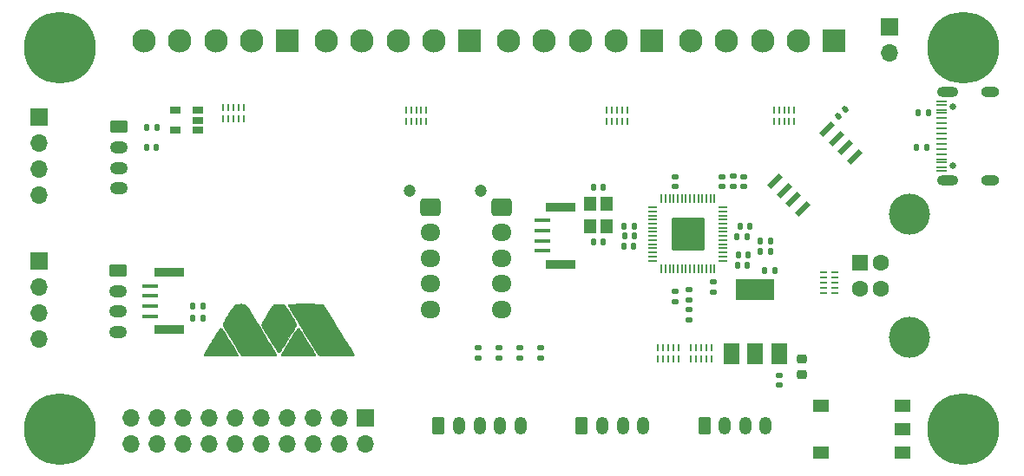
<source format=gbr>
%TF.GenerationSoftware,KiCad,Pcbnew,(6.0.4-0)*%
%TF.CreationDate,2023-01-11T12:36:20-07:00*%
%TF.ProjectId,ReflexFightingBoard,5265666c-6578-4466-9967-6874696e6742,rev?*%
%TF.SameCoordinates,Original*%
%TF.FileFunction,Soldermask,Top*%
%TF.FilePolarity,Negative*%
%FSLAX46Y46*%
G04 Gerber Fmt 4.6, Leading zero omitted, Abs format (unit mm)*
G04 Created by KiCad (PCBNEW (6.0.4-0)) date 2023-01-11 12:36:20*
%MOMM*%
%LPD*%
G01*
G04 APERTURE LIST*
G04 Aperture macros list*
%AMRoundRect*
0 Rectangle with rounded corners*
0 $1 Rounding radius*
0 $2 $3 $4 $5 $6 $7 $8 $9 X,Y pos of 4 corners*
0 Add a 4 corners polygon primitive as box body*
4,1,4,$2,$3,$4,$5,$6,$7,$8,$9,$2,$3,0*
0 Add four circle primitives for the rounded corners*
1,1,$1+$1,$2,$3*
1,1,$1+$1,$4,$5*
1,1,$1+$1,$6,$7*
1,1,$1+$1,$8,$9*
0 Add four rect primitives between the rounded corners*
20,1,$1+$1,$2,$3,$4,$5,0*
20,1,$1+$1,$4,$5,$6,$7,0*
20,1,$1+$1,$6,$7,$8,$9,0*
20,1,$1+$1,$8,$9,$2,$3,0*%
%AMRotRect*
0 Rectangle, with rotation*
0 The origin of the aperture is its center*
0 $1 length*
0 $2 width*
0 $3 Rotation angle, in degrees counterclockwise*
0 Add horizontal line*
21,1,$1,$2,0,0,$3*%
G04 Aperture macros list end*
%ADD10C,0.010000*%
%ADD11RoundRect,0.135000X-0.185000X0.135000X-0.185000X-0.135000X0.185000X-0.135000X0.185000X0.135000X0*%
%ADD12RoundRect,0.135000X0.135000X0.185000X-0.135000X0.185000X-0.135000X-0.185000X0.135000X-0.185000X0*%
%ADD13R,1.060000X0.650000*%
%ADD14RoundRect,0.140000X-0.140000X-0.170000X0.140000X-0.170000X0.140000X0.170000X-0.140000X0.170000X0*%
%ADD15R,1.700000X1.700000*%
%ADD16O,1.700000X1.700000*%
%ADD17RoundRect,0.249999X-0.625001X0.350001X-0.625001X-0.350001X0.625001X-0.350001X0.625001X0.350001X0*%
%ADD18O,1.750000X1.200000*%
%ADD19RoundRect,0.249999X-0.350001X-0.625001X0.350001X-0.625001X0.350001X0.625001X-0.350001X0.625001X0*%
%ADD20O,1.200000X1.750000*%
%ADD21R,2.300000X2.300000*%
%ADD22C,2.300000*%
%ADD23C,7.000000*%
%ADD24R,3.000000X0.900000*%
%ADD25R,1.600000X0.400000*%
%ADD26RoundRect,0.140000X0.140000X0.170000X-0.140000X0.170000X-0.140000X-0.170000X0.140000X-0.170000X0*%
%ADD27O,0.200000X0.700000*%
%ADD28RoundRect,0.140000X-0.170000X0.140000X-0.170000X-0.140000X0.170000X-0.140000X0.170000X0.140000X0*%
%ADD29R,1.600000X1.600000*%
%ADD30C,1.600000*%
%ADD31C,4.000000*%
%ADD32RoundRect,0.135000X0.185000X-0.135000X0.185000X0.135000X-0.185000X0.135000X-0.185000X-0.135000X0*%
%ADD33R,1.500000X2.000000*%
%ADD34R,3.800000X2.000000*%
%ADD35RotRect,1.610000X0.580000X45.000000*%
%ADD36RoundRect,0.050000X-0.050000X0.387500X-0.050000X-0.387500X0.050000X-0.387500X0.050000X0.387500X0*%
%ADD37RoundRect,0.050000X-0.387500X0.050000X-0.387500X-0.050000X0.387500X-0.050000X0.387500X0.050000X0*%
%ADD38RoundRect,0.144000X-1.456000X1.456000X-1.456000X-1.456000X1.456000X-1.456000X1.456000X1.456000X0*%
%ADD39RoundRect,0.140000X0.170000X-0.140000X0.170000X0.140000X-0.170000X0.140000X-0.170000X-0.140000X0*%
%ADD40RoundRect,0.135000X-0.135000X-0.185000X0.135000X-0.185000X0.135000X0.185000X-0.135000X0.185000X0*%
%ADD41R,1.150000X1.400000*%
%ADD42RoundRect,0.218750X0.256250X-0.218750X0.256250X0.218750X-0.256250X0.218750X-0.256250X-0.218750X0*%
%ADD43C,1.200000*%
%ADD44RoundRect,0.250000X-0.725000X0.600000X-0.725000X-0.600000X0.725000X-0.600000X0.725000X0.600000X0*%
%ADD45O,1.950000X1.700000*%
%ADD46R,1.550000X1.300000*%
%ADD47RoundRect,0.140000X0.021213X-0.219203X0.219203X-0.021213X-0.021213X0.219203X-0.219203X0.021213X0*%
%ADD48RoundRect,0.147500X0.172500X-0.147500X0.172500X0.147500X-0.172500X0.147500X-0.172500X-0.147500X0*%
%ADD49C,0.650000*%
%ADD50R,1.100000X0.225000*%
%ADD51O,2.100000X1.000000*%
%ADD52O,1.800000X1.000000*%
%ADD53O,0.700000X0.200000*%
G04 APERTURE END LIST*
%TO.C,Ref\u002A\u002A*%
G36*
X125119083Y-108261332D02*
G01*
X125203339Y-108266608D01*
X125276742Y-108279042D01*
X125342626Y-108301460D01*
X125404325Y-108336689D01*
X125465173Y-108387557D01*
X125528503Y-108456889D01*
X125597650Y-108547514D01*
X125675947Y-108662258D01*
X125766727Y-108803949D01*
X125873326Y-108975413D01*
X125999077Y-109179477D01*
X126011342Y-109199367D01*
X126288478Y-109648737D01*
X126544186Y-110063482D01*
X126779301Y-110444983D01*
X126994662Y-110794620D01*
X127191106Y-111113772D01*
X127369471Y-111403819D01*
X127530593Y-111666142D01*
X127675311Y-111902120D01*
X127804462Y-112113133D01*
X127918883Y-112300561D01*
X128019412Y-112465785D01*
X128106886Y-112610183D01*
X128182143Y-112735137D01*
X128246020Y-112842025D01*
X128299354Y-112932228D01*
X128342983Y-113007126D01*
X128377744Y-113068099D01*
X128404475Y-113116526D01*
X128424014Y-113153788D01*
X128437197Y-113181264D01*
X128444862Y-113200335D01*
X128447847Y-113212380D01*
X128447960Y-113214433D01*
X128448248Y-113237443D01*
X128447274Y-113257459D01*
X128442286Y-113274690D01*
X128430529Y-113289342D01*
X128409250Y-113301622D01*
X128375695Y-113311739D01*
X128327111Y-113319900D01*
X128260742Y-113326312D01*
X128173836Y-113331183D01*
X128063639Y-113334719D01*
X127927397Y-113337129D01*
X127762356Y-113338620D01*
X127565762Y-113339399D01*
X127334862Y-113339673D01*
X127066902Y-113339651D01*
X126786959Y-113339548D01*
X126491875Y-113339433D01*
X126236108Y-113339224D01*
X126016639Y-113338842D01*
X125830451Y-113338207D01*
X125674527Y-113337239D01*
X125545849Y-113335861D01*
X125441400Y-113333991D01*
X125358163Y-113331553D01*
X125293119Y-113328465D01*
X125243253Y-113324648D01*
X125205546Y-113320025D01*
X125176980Y-113314514D01*
X125154539Y-113308038D01*
X125135206Y-113300516D01*
X125124794Y-113295901D01*
X125056687Y-113260121D01*
X124997513Y-113220954D01*
X124981029Y-113207173D01*
X124962328Y-113182138D01*
X124923353Y-113123904D01*
X124865934Y-113035376D01*
X124791903Y-112919458D01*
X124703088Y-112779055D01*
X124601321Y-112617072D01*
X124488433Y-112436415D01*
X124366253Y-112239987D01*
X124236612Y-112030694D01*
X124101340Y-111811441D01*
X124092505Y-111797092D01*
X123252497Y-110432557D01*
X123244522Y-110291418D01*
X123243684Y-110194128D01*
X123255561Y-110122945D01*
X123273771Y-110078271D01*
X123292546Y-110045334D01*
X123331074Y-109980477D01*
X123386864Y-109887801D01*
X123457427Y-109771404D01*
X123540274Y-109635388D01*
X123632915Y-109483851D01*
X123732860Y-109320894D01*
X123796487Y-109217412D01*
X123936825Y-108990790D01*
X124056646Y-108800348D01*
X124156357Y-108645467D01*
X124236369Y-108525530D01*
X124297089Y-108439916D01*
X124338927Y-108388007D01*
X124354093Y-108373558D01*
X124413177Y-108332939D01*
X124473503Y-108303257D01*
X124543114Y-108282868D01*
X124630054Y-108270126D01*
X124742367Y-108263386D01*
X124888095Y-108261003D01*
X124904677Y-108260942D01*
X125020640Y-108260385D01*
X125119083Y-108261332D01*
G37*
D10*
X125119083Y-108261332D02*
X125203339Y-108266608D01*
X125276742Y-108279042D01*
X125342626Y-108301460D01*
X125404325Y-108336689D01*
X125465173Y-108387557D01*
X125528503Y-108456889D01*
X125597650Y-108547514D01*
X125675947Y-108662258D01*
X125766727Y-108803949D01*
X125873326Y-108975413D01*
X125999077Y-109179477D01*
X126011342Y-109199367D01*
X126288478Y-109648737D01*
X126544186Y-110063482D01*
X126779301Y-110444983D01*
X126994662Y-110794620D01*
X127191106Y-111113772D01*
X127369471Y-111403819D01*
X127530593Y-111666142D01*
X127675311Y-111902120D01*
X127804462Y-112113133D01*
X127918883Y-112300561D01*
X128019412Y-112465785D01*
X128106886Y-112610183D01*
X128182143Y-112735137D01*
X128246020Y-112842025D01*
X128299354Y-112932228D01*
X128342983Y-113007126D01*
X128377744Y-113068099D01*
X128404475Y-113116526D01*
X128424014Y-113153788D01*
X128437197Y-113181264D01*
X128444862Y-113200335D01*
X128447847Y-113212380D01*
X128447960Y-113214433D01*
X128448248Y-113237443D01*
X128447274Y-113257459D01*
X128442286Y-113274690D01*
X128430529Y-113289342D01*
X128409250Y-113301622D01*
X128375695Y-113311739D01*
X128327111Y-113319900D01*
X128260742Y-113326312D01*
X128173836Y-113331183D01*
X128063639Y-113334719D01*
X127927397Y-113337129D01*
X127762356Y-113338620D01*
X127565762Y-113339399D01*
X127334862Y-113339673D01*
X127066902Y-113339651D01*
X126786959Y-113339548D01*
X126491875Y-113339433D01*
X126236108Y-113339224D01*
X126016639Y-113338842D01*
X125830451Y-113338207D01*
X125674527Y-113337239D01*
X125545849Y-113335861D01*
X125441400Y-113333991D01*
X125358163Y-113331553D01*
X125293119Y-113328465D01*
X125243253Y-113324648D01*
X125205546Y-113320025D01*
X125176980Y-113314514D01*
X125154539Y-113308038D01*
X125135206Y-113300516D01*
X125124794Y-113295901D01*
X125056687Y-113260121D01*
X124997513Y-113220954D01*
X124981029Y-113207173D01*
X124962328Y-113182138D01*
X124923353Y-113123904D01*
X124865934Y-113035376D01*
X124791903Y-112919458D01*
X124703088Y-112779055D01*
X124601321Y-112617072D01*
X124488433Y-112436415D01*
X124366253Y-112239987D01*
X124236612Y-112030694D01*
X124101340Y-111811441D01*
X124092505Y-111797092D01*
X123252497Y-110432557D01*
X123244522Y-110291418D01*
X123243684Y-110194128D01*
X123255561Y-110122945D01*
X123273771Y-110078271D01*
X123292546Y-110045334D01*
X123331074Y-109980477D01*
X123386864Y-109887801D01*
X123457427Y-109771404D01*
X123540274Y-109635388D01*
X123632915Y-109483851D01*
X123732860Y-109320894D01*
X123796487Y-109217412D01*
X123936825Y-108990790D01*
X124056646Y-108800348D01*
X124156357Y-108645467D01*
X124236369Y-108525530D01*
X124297089Y-108439916D01*
X124338927Y-108388007D01*
X124354093Y-108373558D01*
X124413177Y-108332939D01*
X124473503Y-108303257D01*
X124543114Y-108282868D01*
X124630054Y-108270126D01*
X124742367Y-108263386D01*
X124888095Y-108261003D01*
X124904677Y-108260942D01*
X125020640Y-108260385D01*
X125119083Y-108261332D01*
G36*
X131232316Y-108260013D02*
G01*
X131535896Y-108260017D01*
X131800137Y-108260168D01*
X132028034Y-108260667D01*
X132222582Y-108261718D01*
X132386773Y-108263525D01*
X132523605Y-108266291D01*
X132636070Y-108270219D01*
X132727163Y-108275512D01*
X132799879Y-108282374D01*
X132857212Y-108291009D01*
X132902157Y-108301619D01*
X132937708Y-108314408D01*
X132966860Y-108329580D01*
X132992607Y-108347337D01*
X133017943Y-108367884D01*
X133035150Y-108382442D01*
X133056358Y-108409055D01*
X133098726Y-108470545D01*
X133161431Y-108565607D01*
X133243652Y-108692938D01*
X133344570Y-108851233D01*
X133463361Y-109039190D01*
X133599207Y-109255503D01*
X133751285Y-109498869D01*
X133918775Y-109767985D01*
X134100855Y-110061546D01*
X134296704Y-110378249D01*
X134505502Y-110716789D01*
X134524169Y-110747096D01*
X134700513Y-111033497D01*
X134871011Y-111310540D01*
X135034314Y-111576023D01*
X135189069Y-111827743D01*
X135333925Y-112063496D01*
X135467530Y-112281080D01*
X135588533Y-112478293D01*
X135695582Y-112652930D01*
X135787326Y-112802790D01*
X135862413Y-112925669D01*
X135919491Y-113019365D01*
X135957210Y-113081675D01*
X135974218Y-113110396D01*
X135974771Y-113111420D01*
X136001706Y-113193699D01*
X135993944Y-113264394D01*
X135965752Y-113304982D01*
X135955703Y-113311596D01*
X135939283Y-113317327D01*
X135913623Y-113322237D01*
X135875857Y-113326389D01*
X135823117Y-113329844D01*
X135752536Y-113332663D01*
X135661247Y-113334909D01*
X135546383Y-113336644D01*
X135405075Y-113337929D01*
X135234457Y-113338826D01*
X135031662Y-113339398D01*
X134793821Y-113339705D01*
X134518069Y-113339811D01*
X134351793Y-113339806D01*
X132776544Y-113339599D01*
X132670710Y-113289690D01*
X132601456Y-113251642D01*
X132542159Y-113209931D01*
X132520040Y-113189355D01*
X132503585Y-113165385D01*
X132466326Y-113107524D01*
X132409616Y-113017953D01*
X132334811Y-112898851D01*
X132243265Y-112752399D01*
X132136333Y-112580776D01*
X132015369Y-112386162D01*
X131881728Y-112170737D01*
X131736764Y-111936681D01*
X131581833Y-111686175D01*
X131418289Y-111421397D01*
X131247487Y-111144528D01*
X131070781Y-110857748D01*
X131033081Y-110796520D01*
X130809898Y-110433744D01*
X130608351Y-110105563D01*
X130427656Y-109810664D01*
X130267024Y-109547735D01*
X130125671Y-109315463D01*
X130002810Y-109112538D01*
X129897653Y-108937646D01*
X129809416Y-108789475D01*
X129737312Y-108666713D01*
X129680553Y-108568048D01*
X129638355Y-108492168D01*
X129609930Y-108437759D01*
X129594492Y-108403511D01*
X129590960Y-108390012D01*
X129590607Y-108366062D01*
X129591395Y-108345245D01*
X129596092Y-108327343D01*
X129607469Y-108312135D01*
X129628293Y-108299403D01*
X129661335Y-108288927D01*
X129709363Y-108280488D01*
X129775147Y-108273867D01*
X129861455Y-108268844D01*
X129971058Y-108265200D01*
X130106724Y-108262715D01*
X130271222Y-108261171D01*
X130467322Y-108260348D01*
X130697793Y-108260027D01*
X130965403Y-108259988D01*
X131232316Y-108260013D01*
G37*
X131232316Y-108260013D02*
X131535896Y-108260017D01*
X131800137Y-108260168D01*
X132028034Y-108260667D01*
X132222582Y-108261718D01*
X132386773Y-108263525D01*
X132523605Y-108266291D01*
X132636070Y-108270219D01*
X132727163Y-108275512D01*
X132799879Y-108282374D01*
X132857212Y-108291009D01*
X132902157Y-108301619D01*
X132937708Y-108314408D01*
X132966860Y-108329580D01*
X132992607Y-108347337D01*
X133017943Y-108367884D01*
X133035150Y-108382442D01*
X133056358Y-108409055D01*
X133098726Y-108470545D01*
X133161431Y-108565607D01*
X133243652Y-108692938D01*
X133344570Y-108851233D01*
X133463361Y-109039190D01*
X133599207Y-109255503D01*
X133751285Y-109498869D01*
X133918775Y-109767985D01*
X134100855Y-110061546D01*
X134296704Y-110378249D01*
X134505502Y-110716789D01*
X134524169Y-110747096D01*
X134700513Y-111033497D01*
X134871011Y-111310540D01*
X135034314Y-111576023D01*
X135189069Y-111827743D01*
X135333925Y-112063496D01*
X135467530Y-112281080D01*
X135588533Y-112478293D01*
X135695582Y-112652930D01*
X135787326Y-112802790D01*
X135862413Y-112925669D01*
X135919491Y-113019365D01*
X135957210Y-113081675D01*
X135974218Y-113110396D01*
X135974771Y-113111420D01*
X136001706Y-113193699D01*
X135993944Y-113264394D01*
X135965752Y-113304982D01*
X135955703Y-113311596D01*
X135939283Y-113317327D01*
X135913623Y-113322237D01*
X135875857Y-113326389D01*
X135823117Y-113329844D01*
X135752536Y-113332663D01*
X135661247Y-113334909D01*
X135546383Y-113336644D01*
X135405075Y-113337929D01*
X135234457Y-113338826D01*
X135031662Y-113339398D01*
X134793821Y-113339705D01*
X134518069Y-113339811D01*
X134351793Y-113339806D01*
X132776544Y-113339599D01*
X132670710Y-113289690D01*
X132601456Y-113251642D01*
X132542159Y-113209931D01*
X132520040Y-113189355D01*
X132503585Y-113165385D01*
X132466326Y-113107524D01*
X132409616Y-113017953D01*
X132334811Y-112898851D01*
X132243265Y-112752399D01*
X132136333Y-112580776D01*
X132015369Y-112386162D01*
X131881728Y-112170737D01*
X131736764Y-111936681D01*
X131581833Y-111686175D01*
X131418289Y-111421397D01*
X131247487Y-111144528D01*
X131070781Y-110857748D01*
X131033081Y-110796520D01*
X130809898Y-110433744D01*
X130608351Y-110105563D01*
X130427656Y-109810664D01*
X130267024Y-109547735D01*
X130125671Y-109315463D01*
X130002810Y-109112538D01*
X129897653Y-108937646D01*
X129809416Y-108789475D01*
X129737312Y-108666713D01*
X129680553Y-108568048D01*
X129638355Y-108492168D01*
X129609930Y-108437759D01*
X129594492Y-108403511D01*
X129590960Y-108390012D01*
X129590607Y-108366062D01*
X129591395Y-108345245D01*
X129596092Y-108327343D01*
X129607469Y-108312135D01*
X129628293Y-108299403D01*
X129661335Y-108288927D01*
X129709363Y-108280488D01*
X129775147Y-108273867D01*
X129861455Y-108268844D01*
X129971058Y-108265200D01*
X130106724Y-108262715D01*
X130271222Y-108261171D01*
X130467322Y-108260348D01*
X130697793Y-108260027D01*
X130965403Y-108259988D01*
X131232316Y-108260013D01*
G36*
X128829266Y-108270965D02*
G01*
X128932002Y-108272541D01*
X129006763Y-108276028D01*
X129060727Y-108282131D01*
X129101070Y-108291554D01*
X129134970Y-108305000D01*
X129157044Y-108316282D01*
X129224444Y-108359867D01*
X129285320Y-108410604D01*
X129296503Y-108422116D01*
X129318912Y-108452481D01*
X129360814Y-108514969D01*
X129419656Y-108605564D01*
X129492884Y-108720249D01*
X129577943Y-108855008D01*
X129672282Y-109005824D01*
X129773345Y-109168683D01*
X129841919Y-109279888D01*
X129971947Y-109492235D01*
X130080325Y-109671419D01*
X130168404Y-109819813D01*
X130237535Y-109939792D01*
X130289070Y-110033732D01*
X130324360Y-110104007D01*
X130344756Y-110152993D01*
X130350547Y-110173883D01*
X130358097Y-110299229D01*
X130336840Y-110419731D01*
X130311021Y-110482513D01*
X130285531Y-110527432D01*
X130241174Y-110602298D01*
X130180205Y-110703484D01*
X130104876Y-110827362D01*
X130017441Y-110970304D01*
X129920154Y-111128681D01*
X129815268Y-111298866D01*
X129705036Y-111477231D01*
X129591712Y-111660147D01*
X129477549Y-111843987D01*
X129364801Y-112025122D01*
X129255722Y-112199925D01*
X129152564Y-112364768D01*
X129057581Y-112516022D01*
X128973027Y-112650060D01*
X128901156Y-112763254D01*
X128844220Y-112851976D01*
X128804473Y-112912597D01*
X128784169Y-112941489D01*
X128782643Y-112943138D01*
X128716108Y-112976340D01*
X128645570Y-112968946D01*
X128589111Y-112932554D01*
X128568334Y-112905602D01*
X128527984Y-112846054D01*
X128470318Y-112757584D01*
X128397594Y-112643866D01*
X128312069Y-112508575D01*
X128216001Y-112355386D01*
X128111646Y-112187972D01*
X128001263Y-112010008D01*
X127887108Y-111825168D01*
X127771439Y-111637126D01*
X127656513Y-111449558D01*
X127544589Y-111266136D01*
X127437922Y-111090536D01*
X127338771Y-110926432D01*
X127249393Y-110777497D01*
X127172045Y-110647407D01*
X127108985Y-110539836D01*
X127062470Y-110458458D01*
X127034758Y-110406947D01*
X127027977Y-110391513D01*
X127010682Y-110258652D01*
X127035649Y-110126728D01*
X127037082Y-110122679D01*
X127054576Y-110087006D01*
X127091821Y-110020214D01*
X127145949Y-109926965D01*
X127214092Y-109811925D01*
X127293384Y-109679757D01*
X127380956Y-109535127D01*
X127473941Y-109382698D01*
X127569471Y-109227135D01*
X127664678Y-109073101D01*
X127756696Y-108925262D01*
X127842657Y-108788281D01*
X127919692Y-108666823D01*
X127984935Y-108565552D01*
X128035517Y-108489133D01*
X128068572Y-108442229D01*
X128075539Y-108433569D01*
X128135618Y-108377399D01*
X128207312Y-108326341D01*
X128223706Y-108316974D01*
X128257845Y-108300286D01*
X128293306Y-108288144D01*
X128337299Y-108279835D01*
X128397037Y-108274643D01*
X128479728Y-108271852D01*
X128592584Y-108270748D01*
X128691377Y-108270596D01*
X128829266Y-108270965D01*
G37*
X128829266Y-108270965D02*
X128932002Y-108272541D01*
X129006763Y-108276028D01*
X129060727Y-108282131D01*
X129101070Y-108291554D01*
X129134970Y-108305000D01*
X129157044Y-108316282D01*
X129224444Y-108359867D01*
X129285320Y-108410604D01*
X129296503Y-108422116D01*
X129318912Y-108452481D01*
X129360814Y-108514969D01*
X129419656Y-108605564D01*
X129492884Y-108720249D01*
X129577943Y-108855008D01*
X129672282Y-109005824D01*
X129773345Y-109168683D01*
X129841919Y-109279888D01*
X129971947Y-109492235D01*
X130080325Y-109671419D01*
X130168404Y-109819813D01*
X130237535Y-109939792D01*
X130289070Y-110033732D01*
X130324360Y-110104007D01*
X130344756Y-110152993D01*
X130350547Y-110173883D01*
X130358097Y-110299229D01*
X130336840Y-110419731D01*
X130311021Y-110482513D01*
X130285531Y-110527432D01*
X130241174Y-110602298D01*
X130180205Y-110703484D01*
X130104876Y-110827362D01*
X130017441Y-110970304D01*
X129920154Y-111128681D01*
X129815268Y-111298866D01*
X129705036Y-111477231D01*
X129591712Y-111660147D01*
X129477549Y-111843987D01*
X129364801Y-112025122D01*
X129255722Y-112199925D01*
X129152564Y-112364768D01*
X129057581Y-112516022D01*
X128973027Y-112650060D01*
X128901156Y-112763254D01*
X128844220Y-112851976D01*
X128804473Y-112912597D01*
X128784169Y-112941489D01*
X128782643Y-112943138D01*
X128716108Y-112976340D01*
X128645570Y-112968946D01*
X128589111Y-112932554D01*
X128568334Y-112905602D01*
X128527984Y-112846054D01*
X128470318Y-112757584D01*
X128397594Y-112643866D01*
X128312069Y-112508575D01*
X128216001Y-112355386D01*
X128111646Y-112187972D01*
X128001263Y-112010008D01*
X127887108Y-111825168D01*
X127771439Y-111637126D01*
X127656513Y-111449558D01*
X127544589Y-111266136D01*
X127437922Y-111090536D01*
X127338771Y-110926432D01*
X127249393Y-110777497D01*
X127172045Y-110647407D01*
X127108985Y-110539836D01*
X127062470Y-110458458D01*
X127034758Y-110406947D01*
X127027977Y-110391513D01*
X127010682Y-110258652D01*
X127035649Y-110126728D01*
X127037082Y-110122679D01*
X127054576Y-110087006D01*
X127091821Y-110020214D01*
X127145949Y-109926965D01*
X127214092Y-109811925D01*
X127293384Y-109679757D01*
X127380956Y-109535127D01*
X127473941Y-109382698D01*
X127569471Y-109227135D01*
X127664678Y-109073101D01*
X127756696Y-108925262D01*
X127842657Y-108788281D01*
X127919692Y-108666823D01*
X127984935Y-108565552D01*
X128035517Y-108489133D01*
X128068572Y-108442229D01*
X128075539Y-108433569D01*
X128135618Y-108377399D01*
X128207312Y-108326341D01*
X128223706Y-108316974D01*
X128257845Y-108300286D01*
X128293306Y-108288144D01*
X128337299Y-108279835D01*
X128397037Y-108274643D01*
X128479728Y-108271852D01*
X128592584Y-108270748D01*
X128691377Y-108270596D01*
X128829266Y-108270965D01*
G36*
X123093155Y-110649981D02*
G01*
X123129383Y-110678304D01*
X123148446Y-110704893D01*
X123187247Y-110763922D01*
X123243497Y-110851684D01*
X123314905Y-110964468D01*
X123399181Y-111098566D01*
X123494036Y-111250267D01*
X123597180Y-111415863D01*
X123706322Y-111591644D01*
X123819174Y-111773900D01*
X123933444Y-111958923D01*
X124046843Y-112143003D01*
X124157082Y-112322431D01*
X124261869Y-112493497D01*
X124358916Y-112652492D01*
X124445932Y-112795707D01*
X124520628Y-112919432D01*
X124580713Y-113019958D01*
X124623897Y-113093575D01*
X124647891Y-113136575D01*
X124651262Y-113143541D01*
X124674206Y-113204940D01*
X124676075Y-113244835D01*
X124655492Y-113279193D01*
X124637960Y-113297679D01*
X124629144Y-113305634D01*
X124617779Y-113312523D01*
X124600952Y-113318421D01*
X124575749Y-113323404D01*
X124539256Y-113327546D01*
X124488561Y-113330924D01*
X124420748Y-113333612D01*
X124332906Y-113335686D01*
X124222120Y-113337221D01*
X124085477Y-113338292D01*
X123920063Y-113338974D01*
X123722964Y-113339343D01*
X123491268Y-113339474D01*
X123222061Y-113339442D01*
X123024002Y-113339369D01*
X122687735Y-113338936D01*
X122389543Y-113337933D01*
X122129980Y-113336367D01*
X121909598Y-113334246D01*
X121728952Y-113331579D01*
X121588596Y-113328371D01*
X121489083Y-113324632D01*
X121430967Y-113320369D01*
X121415335Y-113317150D01*
X121385534Y-113275628D01*
X121378294Y-113219561D01*
X121381507Y-113198915D01*
X121392112Y-113168398D01*
X121411558Y-113125506D01*
X121441291Y-113067738D01*
X121482761Y-112992591D01*
X121537415Y-112897563D01*
X121606701Y-112780152D01*
X121692067Y-112637854D01*
X121794960Y-112468168D01*
X121916830Y-112268591D01*
X122059124Y-112036622D01*
X122121756Y-111934738D01*
X122249181Y-111727892D01*
X122370988Y-111530815D01*
X122485228Y-111346616D01*
X122589955Y-111178407D01*
X122683221Y-111029297D01*
X122763077Y-110902396D01*
X122827576Y-110800815D01*
X122874770Y-110727664D01*
X122902711Y-110686053D01*
X122908613Y-110678304D01*
X122972452Y-110637839D01*
X123018710Y-110630679D01*
X123093155Y-110649981D01*
G37*
X123093155Y-110649981D02*
X123129383Y-110678304D01*
X123148446Y-110704893D01*
X123187247Y-110763922D01*
X123243497Y-110851684D01*
X123314905Y-110964468D01*
X123399181Y-111098566D01*
X123494036Y-111250267D01*
X123597180Y-111415863D01*
X123706322Y-111591644D01*
X123819174Y-111773900D01*
X123933444Y-111958923D01*
X124046843Y-112143003D01*
X124157082Y-112322431D01*
X124261869Y-112493497D01*
X124358916Y-112652492D01*
X124445932Y-112795707D01*
X124520628Y-112919432D01*
X124580713Y-113019958D01*
X124623897Y-113093575D01*
X124647891Y-113136575D01*
X124651262Y-113143541D01*
X124674206Y-113204940D01*
X124676075Y-113244835D01*
X124655492Y-113279193D01*
X124637960Y-113297679D01*
X124629144Y-113305634D01*
X124617779Y-113312523D01*
X124600952Y-113318421D01*
X124575749Y-113323404D01*
X124539256Y-113327546D01*
X124488561Y-113330924D01*
X124420748Y-113333612D01*
X124332906Y-113335686D01*
X124222120Y-113337221D01*
X124085477Y-113338292D01*
X123920063Y-113338974D01*
X123722964Y-113339343D01*
X123491268Y-113339474D01*
X123222061Y-113339442D01*
X123024002Y-113339369D01*
X122687735Y-113338936D01*
X122389543Y-113337933D01*
X122129980Y-113336367D01*
X121909598Y-113334246D01*
X121728952Y-113331579D01*
X121588596Y-113328371D01*
X121489083Y-113324632D01*
X121430967Y-113320369D01*
X121415335Y-113317150D01*
X121385534Y-113275628D01*
X121378294Y-113219561D01*
X121381507Y-113198915D01*
X121392112Y-113168398D01*
X121411558Y-113125506D01*
X121441291Y-113067738D01*
X121482761Y-112992591D01*
X121537415Y-112897563D01*
X121606701Y-112780152D01*
X121692067Y-112637854D01*
X121794960Y-112468168D01*
X121916830Y-112268591D01*
X122059124Y-112036622D01*
X122121756Y-111934738D01*
X122249181Y-111727892D01*
X122370988Y-111530815D01*
X122485228Y-111346616D01*
X122589955Y-111178407D01*
X122683221Y-111029297D01*
X122763077Y-110902396D01*
X122827576Y-110800815D01*
X122874770Y-110727664D01*
X122902711Y-110686053D01*
X122908613Y-110678304D01*
X122972452Y-110637839D01*
X123018710Y-110630679D01*
X123093155Y-110649981D01*
G36*
X130660939Y-110651682D02*
G01*
X130685511Y-110671683D01*
X130703552Y-110697091D01*
X130741552Y-110755117D01*
X130797332Y-110842296D01*
X130868714Y-110955163D01*
X130953518Y-111090252D01*
X131049566Y-111244098D01*
X131154679Y-111413237D01*
X131266678Y-111594201D01*
X131326627Y-111691357D01*
X131490669Y-111957553D01*
X131633855Y-112190094D01*
X131757589Y-112391334D01*
X131863276Y-112563625D01*
X131952321Y-112709322D01*
X132026129Y-112830776D01*
X132086104Y-112930342D01*
X132133651Y-113010373D01*
X132170175Y-113073222D01*
X132197080Y-113121241D01*
X132215771Y-113156785D01*
X132227653Y-113182206D01*
X132234130Y-113199858D01*
X132236608Y-113212093D01*
X132236794Y-113216090D01*
X132222531Y-113259675D01*
X132194460Y-113297679D01*
X132185648Y-113305625D01*
X132174277Y-113312510D01*
X132157438Y-113318408D01*
X132132221Y-113323397D01*
X132095715Y-113327552D01*
X132045011Y-113330950D01*
X131977199Y-113333667D01*
X131889369Y-113335778D01*
X131778612Y-113337361D01*
X131642017Y-113338490D01*
X131476675Y-113339243D01*
X131279676Y-113339696D01*
X131048109Y-113339924D01*
X130779066Y-113340004D01*
X130576722Y-113340013D01*
X130278276Y-113339940D01*
X130019335Y-113339685D01*
X129797071Y-113339188D01*
X129608656Y-113338391D01*
X129451262Y-113337236D01*
X129322060Y-113335663D01*
X129218223Y-113333615D01*
X129136923Y-113331033D01*
X129075331Y-113327858D01*
X129030620Y-113324032D01*
X128999961Y-113319497D01*
X128980527Y-113314194D01*
X128969488Y-113308064D01*
X128968055Y-113306751D01*
X128953044Y-113290047D01*
X128942464Y-113271742D01*
X128937672Y-113249219D01*
X128940024Y-113219861D01*
X128950877Y-113181052D01*
X128971587Y-113130175D01*
X129003512Y-113064615D01*
X129048006Y-112981754D01*
X129106429Y-112878976D01*
X129180134Y-112753665D01*
X129270481Y-112603204D01*
X129378824Y-112424978D01*
X129506520Y-112216368D01*
X129654926Y-111974759D01*
X129678785Y-111935953D01*
X129806231Y-111728999D01*
X129928046Y-111531814D01*
X130042285Y-111347506D01*
X130147003Y-111179184D01*
X130240254Y-111029956D01*
X130320095Y-110902932D01*
X130384580Y-110801220D01*
X130431765Y-110727928D01*
X130459703Y-110686166D01*
X130465641Y-110678304D01*
X130524343Y-110640310D01*
X130595063Y-110631267D01*
X130660939Y-110651682D01*
G37*
X130660939Y-110651682D02*
X130685511Y-110671683D01*
X130703552Y-110697091D01*
X130741552Y-110755117D01*
X130797332Y-110842296D01*
X130868714Y-110955163D01*
X130953518Y-111090252D01*
X131049566Y-111244098D01*
X131154679Y-111413237D01*
X131266678Y-111594201D01*
X131326627Y-111691357D01*
X131490669Y-111957553D01*
X131633855Y-112190094D01*
X131757589Y-112391334D01*
X131863276Y-112563625D01*
X131952321Y-112709322D01*
X132026129Y-112830776D01*
X132086104Y-112930342D01*
X132133651Y-113010373D01*
X132170175Y-113073222D01*
X132197080Y-113121241D01*
X132215771Y-113156785D01*
X132227653Y-113182206D01*
X132234130Y-113199858D01*
X132236608Y-113212093D01*
X132236794Y-113216090D01*
X132222531Y-113259675D01*
X132194460Y-113297679D01*
X132185648Y-113305625D01*
X132174277Y-113312510D01*
X132157438Y-113318408D01*
X132132221Y-113323397D01*
X132095715Y-113327552D01*
X132045011Y-113330950D01*
X131977199Y-113333667D01*
X131889369Y-113335778D01*
X131778612Y-113337361D01*
X131642017Y-113338490D01*
X131476675Y-113339243D01*
X131279676Y-113339696D01*
X131048109Y-113339924D01*
X130779066Y-113340004D01*
X130576722Y-113340013D01*
X130278276Y-113339940D01*
X130019335Y-113339685D01*
X129797071Y-113339188D01*
X129608656Y-113338391D01*
X129451262Y-113337236D01*
X129322060Y-113335663D01*
X129218223Y-113333615D01*
X129136923Y-113331033D01*
X129075331Y-113327858D01*
X129030620Y-113324032D01*
X128999961Y-113319497D01*
X128980527Y-113314194D01*
X128969488Y-113308064D01*
X128968055Y-113306751D01*
X128953044Y-113290047D01*
X128942464Y-113271742D01*
X128937672Y-113249219D01*
X128940024Y-113219861D01*
X128950877Y-113181052D01*
X128971587Y-113130175D01*
X129003512Y-113064615D01*
X129048006Y-112981754D01*
X129106429Y-112878976D01*
X129180134Y-112753665D01*
X129270481Y-112603204D01*
X129378824Y-112424978D01*
X129506520Y-112216368D01*
X129654926Y-111974759D01*
X129678785Y-111935953D01*
X129806231Y-111728999D01*
X129928046Y-111531814D01*
X130042285Y-111347506D01*
X130147003Y-111179184D01*
X130240254Y-111029956D01*
X130320095Y-110902932D01*
X130384580Y-110801220D01*
X130431765Y-110727928D01*
X130459703Y-110686166D01*
X130465641Y-110678304D01*
X130524343Y-110640310D01*
X130595063Y-110631267D01*
X130660939Y-110651682D01*
%TD*%
D11*
%TO.C,R3*%
X152208000Y-112510000D03*
X152208000Y-113530000D03*
%TD*%
%TO.C,R4*%
X154240000Y-112510000D03*
X154240000Y-113530000D03*
%TD*%
%TO.C,R1*%
X148144000Y-112510000D03*
X148144000Y-113530000D03*
%TD*%
%TO.C,R2*%
X150176000Y-112510000D03*
X150176000Y-113530000D03*
%TD*%
D12*
%TO.C,R5*%
X116810000Y-91000000D03*
X115790000Y-91000000D03*
%TD*%
D13*
%TO.C,U2*%
X120800000Y-91272400D03*
X120800000Y-90322400D03*
X120800000Y-89372400D03*
X118600000Y-89372400D03*
X118600000Y-91272400D03*
%TD*%
D14*
%TO.C,C1*%
X115820000Y-93000000D03*
X116780000Y-93000000D03*
%TD*%
D12*
%TO.C,R6*%
X121310000Y-109700000D03*
X120290000Y-109700000D03*
%TD*%
%TO.C,R7*%
X121310000Y-108500000D03*
X120290000Y-108500000D03*
%TD*%
D15*
%TO.C,J2*%
X137160000Y-119380000D03*
D16*
X137160000Y-121920000D03*
X134620000Y-119380000D03*
X134620000Y-121920000D03*
X132080000Y-119380000D03*
X132080000Y-121920000D03*
X129540000Y-119380000D03*
X129540000Y-121920000D03*
X127000000Y-119380000D03*
X127000000Y-121920000D03*
X124460000Y-119380000D03*
X124460000Y-121920000D03*
X121920000Y-119380000D03*
X121920000Y-121920000D03*
X119380000Y-119380000D03*
X119380000Y-121920000D03*
X116840000Y-119380000D03*
X116840000Y-121920000D03*
X114300000Y-119380000D03*
X114300000Y-121920000D03*
%TD*%
D17*
%TO.C,J1*%
X113100000Y-90982800D03*
D18*
X113100000Y-92982800D03*
X113100000Y-94982800D03*
X113100000Y-96982800D03*
%TD*%
D19*
%TO.C,J3*%
X144284835Y-120129571D03*
D20*
X146284835Y-120129571D03*
X148284835Y-120129571D03*
X150284835Y-120129571D03*
X152284835Y-120129571D03*
%TD*%
D19*
%TO.C,J4*%
X158248430Y-120142000D03*
D20*
X160248430Y-120142000D03*
X162248430Y-120142000D03*
X164248430Y-120142000D03*
%TD*%
D21*
%TO.C,J5*%
X129540000Y-82550000D03*
D22*
X126040000Y-82550000D03*
X122540000Y-82550000D03*
X119040000Y-82550000D03*
X115540000Y-82550000D03*
%TD*%
D21*
%TO.C,J6*%
X147320000Y-82550000D03*
D22*
X143820000Y-82550000D03*
X140320000Y-82550000D03*
X136820000Y-82550000D03*
X133320000Y-82550000D03*
%TD*%
D21*
%TO.C,J7*%
X165100000Y-82550000D03*
D22*
X161600000Y-82550000D03*
X158100000Y-82550000D03*
X154600000Y-82550000D03*
X151100000Y-82550000D03*
%TD*%
D21*
%TO.C,J8*%
X182880000Y-82550000D03*
D22*
X179380000Y-82550000D03*
X175880000Y-82550000D03*
X172380000Y-82550000D03*
X168880000Y-82550000D03*
%TD*%
D19*
%TO.C,J11*%
X170212000Y-120142000D03*
D20*
X172212000Y-120142000D03*
X174212000Y-120142000D03*
X176212000Y-120142000D03*
%TD*%
D17*
%TO.C,J12*%
X113000000Y-105000000D03*
D18*
X113000000Y-107000000D03*
X113000000Y-109000000D03*
X113000000Y-111000000D03*
%TD*%
D23*
%TO.C,H1*%
X107378000Y-83200000D03*
%TD*%
%TO.C,H3*%
X107378000Y-120460000D03*
%TD*%
%TO.C,H4*%
X195517000Y-120460000D03*
%TD*%
%TO.C,H2*%
X195517000Y-83248000D03*
%TD*%
D24*
%TO.C,J9*%
X118024000Y-105200000D03*
X118024000Y-110800000D03*
D25*
X116176000Y-109493000D03*
X116176000Y-108493000D03*
X116176000Y-107493000D03*
X116176000Y-106493000D03*
%TD*%
D24*
%TO.C,J13*%
X156224000Y-98800000D03*
X156224000Y-104400000D03*
D25*
X154376000Y-103093000D03*
X154376000Y-102093000D03*
X154376000Y-101093000D03*
X154376000Y-100093000D03*
%TD*%
D26*
%TO.C,C9*%
X163310000Y-102600000D03*
X162350000Y-102600000D03*
%TD*%
D27*
%TO.C,U9*%
X168900000Y-113600000D03*
X169400000Y-113600000D03*
X169900000Y-113600000D03*
X170400000Y-113600000D03*
X170900000Y-113600000D03*
X170900000Y-112550000D03*
X170400000Y-112550000D03*
X169900000Y-112550000D03*
X169400000Y-112550000D03*
X168900000Y-112550000D03*
%TD*%
D11*
%TO.C,R15*%
X173000000Y-95790000D03*
X173000000Y-96810000D03*
%TD*%
D15*
%TO.C,J14*%
X188300000Y-81240000D03*
D16*
X188300000Y-83780000D03*
%TD*%
D14*
%TO.C,C8*%
X173720000Y-100700000D03*
X174680000Y-100700000D03*
%TD*%
D28*
%TO.C,C11*%
X167340000Y-107050000D03*
X167340000Y-108010000D03*
%TD*%
D12*
%TO.C,R18*%
X176710000Y-102110000D03*
X175690000Y-102110000D03*
%TD*%
D29*
%TO.C,J16*%
X185400000Y-104250000D03*
D30*
X185400000Y-106750000D03*
X187400000Y-106750000D03*
X187400000Y-104250000D03*
D31*
X190260000Y-111500000D03*
X190260000Y-99500000D03*
%TD*%
D32*
%TO.C,R20*%
X168720000Y-107910000D03*
X168720000Y-106890000D03*
%TD*%
D27*
%TO.C,U7*%
X125300000Y-89095000D03*
X124800000Y-89095000D03*
X124300000Y-89095000D03*
X123800000Y-89095000D03*
X123300000Y-89095000D03*
X123300000Y-90145000D03*
X123800000Y-90145000D03*
X124300000Y-90145000D03*
X124800000Y-90145000D03*
X125300000Y-90145000D03*
%TD*%
D15*
%TO.C,J19*%
X105300000Y-90000000D03*
D16*
X105300000Y-92540000D03*
X105300000Y-95080000D03*
X105300000Y-97620000D03*
%TD*%
D33*
%TO.C,U3*%
X172900000Y-113150000D03*
X175200000Y-113150000D03*
D34*
X175200000Y-106850000D03*
D33*
X177500000Y-113150000D03*
%TD*%
D35*
%TO.C,FLASH1*%
X177103842Y-96302082D03*
X178001867Y-97200107D03*
X178899893Y-98098133D03*
X179797918Y-98996158D03*
X184896158Y-93897918D03*
X183998133Y-92999893D03*
X183100107Y-92101867D03*
X182202082Y-91203842D03*
%TD*%
D36*
%TO.C,U4*%
X171220000Y-97992500D03*
X170820000Y-97992500D03*
X170420000Y-97992500D03*
X170020000Y-97992500D03*
X169620000Y-97992500D03*
X169220000Y-97992500D03*
X168820000Y-97992500D03*
X168420000Y-97992500D03*
X168020000Y-97992500D03*
X167620000Y-97992500D03*
X167220000Y-97992500D03*
X166820000Y-97992500D03*
X166420000Y-97992500D03*
X166020000Y-97992500D03*
D37*
X165182500Y-98830000D03*
X165182500Y-99230000D03*
X165182500Y-99630000D03*
X165182500Y-100030000D03*
X165182500Y-100430000D03*
X165182500Y-100830000D03*
X165182500Y-101230000D03*
X165182500Y-101630000D03*
X165182500Y-102030000D03*
X165182500Y-102430000D03*
X165182500Y-102830000D03*
X165182500Y-103230000D03*
X165182500Y-103630000D03*
X165182500Y-104030000D03*
D36*
X166020000Y-104867500D03*
X166420000Y-104867500D03*
X166820000Y-104867500D03*
X167220000Y-104867500D03*
X167620000Y-104867500D03*
X168020000Y-104867500D03*
X168420000Y-104867500D03*
X168820000Y-104867500D03*
X169220000Y-104867500D03*
X169620000Y-104867500D03*
X170020000Y-104867500D03*
X170420000Y-104867500D03*
X170820000Y-104867500D03*
X171220000Y-104867500D03*
D37*
X172057500Y-104030000D03*
X172057500Y-103630000D03*
X172057500Y-103230000D03*
X172057500Y-102830000D03*
X172057500Y-102430000D03*
X172057500Y-102030000D03*
X172057500Y-101630000D03*
X172057500Y-101230000D03*
X172057500Y-100830000D03*
X172057500Y-100430000D03*
X172057500Y-100030000D03*
X172057500Y-99630000D03*
X172057500Y-99230000D03*
X172057500Y-98830000D03*
D38*
X168620000Y-101430000D03*
%TD*%
D39*
%TO.C,R14*%
X174100000Y-96780000D03*
X174100000Y-95820000D03*
%TD*%
D40*
%TO.C,R21*%
X190900000Y-93000000D03*
X191920000Y-93000000D03*
%TD*%
D41*
%TO.C,Y1*%
X160650000Y-100650000D03*
X160650000Y-98450000D03*
X159050000Y-98450000D03*
X159050000Y-100650000D03*
%TD*%
D14*
%TO.C,C7*%
X176120000Y-105000000D03*
X177080000Y-105000000D03*
%TD*%
D15*
%TO.C,J10*%
X105300000Y-104100000D03*
D16*
X105300000Y-106640000D03*
X105300000Y-109180000D03*
X105300000Y-111720000D03*
%TD*%
D27*
%TO.C,U1*%
X179000000Y-89375000D03*
X178500000Y-89375000D03*
X178000000Y-89375000D03*
X177500000Y-89375000D03*
X177000000Y-89375000D03*
X177000000Y-90425000D03*
X177500000Y-90425000D03*
X178000000Y-90425000D03*
X178500000Y-90425000D03*
X179000000Y-90425000D03*
%TD*%
D42*
%TO.C,D1*%
X179700000Y-115187500D03*
X179700000Y-113612500D03*
%TD*%
D43*
%TO.C,J18*%
X148400000Y-97200000D03*
D44*
X150400000Y-98800000D03*
D45*
X150400000Y-101300000D03*
X150400000Y-103800000D03*
X150400000Y-106300000D03*
X150400000Y-108800000D03*
%TD*%
D12*
%TO.C,R19*%
X176710000Y-103110000D03*
X175690000Y-103110000D03*
%TD*%
D39*
%TO.C,C15*%
X167400000Y-96780000D03*
X167400000Y-95820000D03*
%TD*%
D27*
%TO.C,U6*%
X143100000Y-89375000D03*
X142600000Y-89375000D03*
X142100000Y-89375000D03*
X141600000Y-89375000D03*
X141100000Y-89375000D03*
X141100000Y-90425000D03*
X141600000Y-90425000D03*
X142100000Y-90425000D03*
X142600000Y-90425000D03*
X143100000Y-90425000D03*
%TD*%
D40*
%TO.C,R22*%
X191100000Y-89560000D03*
X192120000Y-89560000D03*
%TD*%
D39*
%TO.C,C14*%
X171900000Y-96780000D03*
X171900000Y-95820000D03*
%TD*%
D27*
%TO.C,U5*%
X162700000Y-89375000D03*
X162200000Y-89375000D03*
X161700000Y-89375000D03*
X161200000Y-89375000D03*
X160700000Y-89375000D03*
X160700000Y-90425000D03*
X161200000Y-90425000D03*
X161700000Y-90425000D03*
X162200000Y-90425000D03*
X162700000Y-90425000D03*
%TD*%
D14*
%TO.C,C12*%
X173460000Y-104535062D03*
X174420000Y-104535062D03*
%TD*%
%TO.C,C10*%
X173520000Y-103500000D03*
X174480000Y-103500000D03*
%TD*%
D46*
%TO.C,SW1*%
X181575000Y-118250000D03*
X189525000Y-118250000D03*
X189525000Y-120500000D03*
X189525000Y-122750000D03*
X181575000Y-122750000D03*
%TD*%
D47*
%TO.C,C5*%
X183260589Y-89939411D03*
X183939411Y-89260589D03*
%TD*%
D48*
%TO.C,D2*%
X168720000Y-109807500D03*
X168720000Y-108837500D03*
%TD*%
D43*
%TO.C,J17*%
X141500000Y-97200000D03*
D44*
X143500000Y-98800000D03*
D45*
X143500000Y-101300000D03*
X143500000Y-103800000D03*
X143500000Y-106300000D03*
X143500000Y-108800000D03*
%TD*%
D28*
%TO.C,C6*%
X177500000Y-115220000D03*
X177500000Y-116180000D03*
%TD*%
D27*
%TO.C,U8*%
X167700000Y-112575000D03*
X167200000Y-112575000D03*
X166700000Y-112575000D03*
X166200000Y-112575000D03*
X165700000Y-112575000D03*
X165700000Y-113625000D03*
X166200000Y-113625000D03*
X166700000Y-113625000D03*
X167200000Y-113625000D03*
X167700000Y-113625000D03*
%TD*%
D26*
%TO.C,C4*%
X160330000Y-96900000D03*
X159370000Y-96900000D03*
%TD*%
D14*
%TO.C,C3*%
X159370000Y-102210000D03*
X160330000Y-102210000D03*
%TD*%
D12*
%TO.C,R16*%
X163430000Y-100650000D03*
X162410000Y-100650000D03*
%TD*%
D49*
%TO.C,J15*%
X194443337Y-94764000D03*
X194493337Y-88984000D03*
D50*
X193393337Y-95224000D03*
X193393337Y-94424000D03*
X193393337Y-93124000D03*
X193393337Y-92124000D03*
X193393337Y-91624000D03*
X193393337Y-93624000D03*
X193393337Y-89324000D03*
X193393337Y-88524000D03*
X193393337Y-88824000D03*
X193393337Y-89624000D03*
X193393337Y-90124000D03*
X193393337Y-91124000D03*
X193393337Y-92624000D03*
X193393337Y-90624000D03*
X193393337Y-94124000D03*
X193393337Y-94924000D03*
D51*
X193943337Y-87554000D03*
X193943337Y-96194000D03*
D52*
X198093337Y-96194000D03*
X198093337Y-87554000D03*
%TD*%
D53*
%TO.C,U10*%
X181875000Y-105200000D03*
X181875000Y-105700000D03*
X181875000Y-106200000D03*
X181875000Y-106700000D03*
X181875000Y-107200000D03*
X182925000Y-107200000D03*
X182925000Y-106700000D03*
X182925000Y-106200000D03*
X182925000Y-105700000D03*
X182925000Y-105200000D03*
%TD*%
D26*
%TO.C,C17*%
X163410000Y-101630000D03*
X162450000Y-101630000D03*
%TD*%
D14*
%TO.C,C13*%
X173420000Y-101700000D03*
X174380000Y-101700000D03*
%TD*%
D28*
%TO.C,C16*%
X171100000Y-106120000D03*
X171100000Y-107080000D03*
%TD*%
M02*

</source>
